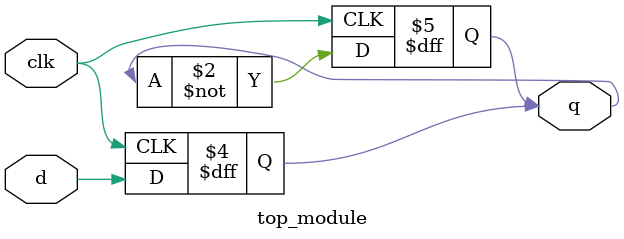
<source format=sv>
module top_module(
	input clk,
	input d,
	output reg q);

	always @(posedge clk) begin
		q <= ~q;
	end

	always @(posedge clk) begin
		q <= d;
	end

endmodule

</source>
